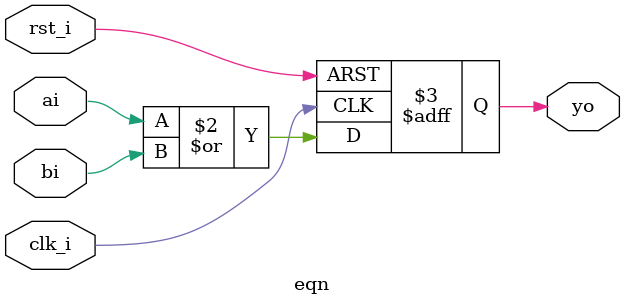
<source format=v>
module eqn
    (
        input  clk_i,
        input  rst_i,
        input  ai,
        input  bi,
        output yo
    );
    reg        yo;
    always @ (posedge clk_i or posedge rst_i) begin
        if (rst_i) begin
            yo <= 1'b0;
        end else begin
            yo <= (ai|bi);
        end
    end
endmodule

</source>
